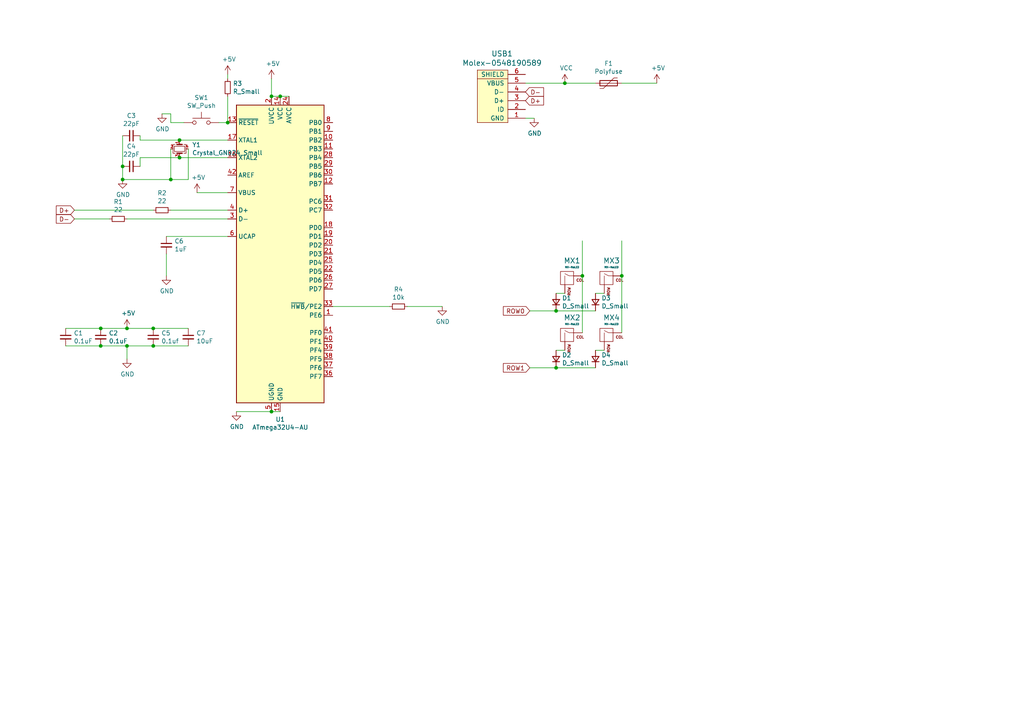
<source format=kicad_sch>
(kicad_sch (version 20230121) (generator eeschema)
  (paper "A4")
  (lib_symbols
    (symbol "Device:C_Small" (pin_numbers hide) (pin_names (offset 0.254) hide)
      (property "Reference" "C" (at 0.254 1.778 0))
      (property "Value" "C_Small" (at 0.254 -2.032 0))
      (symbol "C_Small_0_1"
        (polyline (pts (xy -1.524 -0.508) (xy 1.524 -0.508)) (stroke (width 0.3302)))
        (polyline (pts (xy -1.524 0.508) (xy 1.524 0.508)) (stroke (width 0.3048)))
      )
      (symbol "C_Small_1_1"
        (pin passive line (at 0 2.54 270) (length 2.032) (name "~") (number "1"))
        (pin passive line (at 0 -2.54 90) (length 2.032) (name "~") (number "2"))
      )
    )
    (symbol "Device:Crystal_GND24_Small" (pin_names (offset 1.016) hide)
      (property "Reference" "Y" (at 1.27 4.445 0))
      (property "Value" "Crystal_GND24_Small" (at 1.27 2.54 0))
      (symbol "Crystal_GND24_Small_0_1"
        (rectangle (start -0.762 -1.524) (end 0.762 1.524))
        (polyline (pts (xy -1.27 -0.762) (xy -1.27 0.762)) (stroke (width 0.381)))
        (polyline (pts (xy 1.27 -0.762) (xy 1.27 0.762)) (stroke (width 0.381)))
        (polyline (pts (xy -1.27 -1.27) (xy -1.27 -1.905) (xy 1.27 -1.905) (xy 1.27 -1.27)))
        (polyline (pts (xy -1.27 1.27) (xy -1.27 1.905) (xy 1.27 1.905) (xy 1.27 1.27)))
      )
      (symbol "Crystal_GND24_Small_1_1"
        (pin passive line (at -2.54 0 0) (length 1.27) (name "1") (number "1"))
        (pin passive line (at 0 -2.54 90) (length 0.635) (name "2") (number "2"))
        (pin passive line (at 2.54 0 180) (length 1.27) (name "3") (number "3"))
        (pin passive line (at 0 2.54 270) (length 0.635) (name "4") (number "4"))
      )
    )
    (symbol "Device:D_Small" (pin_numbers hide) (pin_names (offset 0.254) hide)
      (property "Reference" "D" (at -1.27 2.032 0))
      (property "Value" "D_Small" (at -3.81 -2.032 0))
      (symbol "D_Small_0_1"
        (polyline (pts (xy -0.762 -1.016) (xy -0.762 1.016)) (stroke (width 0.254)))
        (polyline (pts (xy -0.762 0) (xy 0.762 0)))
        (polyline (pts (xy 0.762 -1.016) (xy -0.762 0) (xy 0.762 1.016) (xy 0.762 -1.016)) (stroke (width 0.254)))
      )
      (symbol "D_Small_1_1"
        (pin passive line (at -2.54 0 0) (length 1.778) (name "K") (number "1"))
        (pin passive line (at 2.54 0 180) (length 1.778) (name "A") (number "2"))
      )
    )
    (symbol "Device:Polyfuse" (pin_numbers hide) (pin_names (offset 0))
      (property "Reference" "F" (at -2.54 0 90))
      (property "Value" "Polyfuse" (at 2.54 0 90))
      (symbol "Polyfuse_0_1"
        (rectangle (start -0.762 2.54) (end 0.762 -2.54) (stroke (width 0.254)))
        (polyline (pts (xy 0 2.54) (xy 0 -2.54)))
        (polyline (pts (xy -1.524 2.54) (xy -1.524 1.524) (xy 1.524 -1.524) (xy 1.524 -2.54)))
      )
      (symbol "Polyfuse_1_1"
        (pin passive line (at 0 3.81 270) (length 1.27) (name "~") (number "1"))
        (pin passive line (at 0 -3.81 90) (length 1.27) (name "~") (number "2"))
      )
    )
    (symbol "Device:R_Small" (pin_numbers hide) (pin_names (offset 0.254) hide)
      (property "Reference" "R" (at 0.762 0.508 0))
      (property "Value" "R_Small" (at 0.762 -1.016 0))
      (symbol "R_Small_0_1"
        (rectangle (start -0.762 1.778) (end 0.762 -1.778) (stroke (width 0.2032)))
      )
      (symbol "R_Small_1_1"
        (pin passive line (at 0 2.54 270) (length 0.762) (name "~") (number "1"))
        (pin passive line (at 0 -2.54 90) (length 0.762) (name "~") (number "2"))
      )
    )
    (symbol "MX_Alps_Hybrid:MX-NoLED" (pin_names (offset 1.016))
      (property "Reference" "MX" (at -0.635 3.81 0))
      (property "Value" "MX-NoLED" (at -0.635 1.27 0))
      (symbol "MX-NoLED_0_0"
        (rectangle (start -2.54 2.54) (end 1.27 -1.27))
        (polyline (pts (xy -1.27 -1.27) (xy -1.27 1.27)) (stroke (width 0.127)))
        (polyline (pts (xy 1.27 1.27) (xy 0 1.27) (xy -1.27 1.905)) (stroke (width 0.127)))
        (text "COL" (at 3.175 0 0) (effects (font (size 0.762 0.762))))
        (text "ROW" (at 0 -1.905 900) (effects (font (size 0.762 0.762)) (justify right)))
      )
      (symbol "MX-NoLED_1_1"
        (pin passive line (at 3.81 1.27 180) (length 2.54) (name "COL") (number "1"))
        (pin passive line (at -1.27 -3.81 90) (length 2.54) (name "ROW") (number "2"))
      )
    )
    (symbol "Switch:SW_Push" (pin_numbers hide) (pin_names (offset 1.016) hide)
      (property "Reference" "SW" (at 1.27 2.54 0))
      (property "Value" "SW_Push" (at 0 -1.524 0))
      (symbol "SW_Push_0_1"
        (circle (center -2.032 0) (radius 0.508))
        (polyline (pts (xy 0 1.27) (xy 0 3.048)))
        (polyline (pts (xy 2.54 1.27) (xy -2.54 1.27)))
        (circle (center 2.032 0) (radius 0.508))
        (pin passive line (at -5.08 0 0) (length 2.54) (name "1") (number "1"))
        (pin passive line (at 5.08 0 180) (length 2.54) (name "2") (number "2"))
      )
    )
    (symbol "pikas-pcbs-rescue:ATmega32U4-AU-MCU_Microchip_ATmega"
      (property "Reference" "U" (at -12.7 44.45 0))
      (property "Value" "MCU_Microchip_ATmega_ATmega32U4-AU" (at 2.54 -44.45 0))
      (symbol "ATmega32U4-AU-MCU_Microchip_ATmega_0_1"
        (rectangle (start -12.7 -43.18) (end 12.7 43.18) (stroke (width 0.254)) (fill (type background)))
      )
      (symbol "ATmega32U4-AU-MCU_Microchip_ATmega_1_1"
        (pin tri_state line (at 15.24 -17.78 180) (length 2.54) (name "PE6") (number "1"))
        (pin tri_state line (at 15.24 33.02 180) (length 2.54) (name "PB2") (number "10"))
        (pin tri_state line (at 15.24 30.48 180) (length 2.54) (name "PB3") (number "11"))
        (pin tri_state line (at 15.24 20.32 180) (length 2.54) (name "PB7") (number "12"))
        (pin input line (at -15.24 38.1 0) (length 2.54) (name "~{RESET}") (number "13"))
        (pin power_in line (at 0 45.72 270) (length 2.54) (name "VCC") (number "14"))
        (pin power_in line (at 0 -45.72 90) (length 2.54) (name "GND") (number "15"))
        (pin output line (at -15.24 27.94 0) (length 2.54) (name "XTAL2") (number "16"))
        (pin input line (at -15.24 33.02 0) (length 2.54) (name "XTAL1") (number "17"))
        (pin tri_state line (at 15.24 7.62 180) (length 2.54) (name "PD0") (number "18"))
        (pin tri_state line (at 15.24 5.08 180) (length 2.54) (name "PD1") (number "19"))
        (pin power_in line (at -2.54 45.72 270) (length 2.54) (name "UVCC") (number "2"))
        (pin tri_state line (at 15.24 2.54 180) (length 2.54) (name "PD2") (number "20"))
        (pin tri_state line (at 15.24 0 180) (length 2.54) (name "PD3") (number "21"))
        (pin tri_state line (at 15.24 -5.08 180) (length 2.54) (name "PD5") (number "22"))
        (pin passive line (at 0 -45.72 90) (length 2.54) hide (name "GND") (number "23"))
        (pin power_in line (at 2.54 45.72 270) (length 2.54) (name "AVCC") (number "24"))
        (pin tri_state line (at 15.24 -2.54 180) (length 2.54) (name "PD4") (number "25"))
        (pin tri_state line (at 15.24 -7.62 180) (length 2.54) (name "PD6") (number "26"))
        (pin tri_state line (at 15.24 -10.16 180) (length 2.54) (name "PD7") (number "27"))
        (pin tri_state line (at 15.24 27.94 180) (length 2.54) (name "PB4") (number "28"))
        (pin tri_state line (at 15.24 25.4 180) (length 2.54) (name "PB5") (number "29"))
        (pin bidirectional line (at -15.24 10.16 0) (length 2.54) (name "D-") (number "3"))
        (pin tri_state line (at 15.24 22.86 180) (length 2.54) (name "PB6") (number "30"))
        (pin tri_state line (at 15.24 15.24 180) (length 2.54) (name "PC6") (number "31"))
        (pin tri_state line (at 15.24 12.7 180) (length 2.54) (name "PC7") (number "32"))
        (pin tri_state line (at 15.24 -15.24 180) (length 2.54) (name "~{HWB}/PE2") (number "33"))
        (pin passive line (at 0 45.72 270) (length 2.54) hide (name "VCC") (number "34"))
        (pin passive line (at 0 -45.72 90) (length 2.54) hide (name "GND") (number "35"))
        (pin tri_state line (at 15.24 -35.56 180) (length 2.54) (name "PF7") (number "36"))
        (pin tri_state line (at 15.24 -33.02 180) (length 2.54) (name "PF6") (number "37"))
        (pin tri_state line (at 15.24 -30.48 180) (length 2.54) (name "PF5") (number "38"))
        (pin tri_state line (at 15.24 -27.94 180) (length 2.54) (name "PF4") (number "39"))
        (pin bidirectional line (at -15.24 12.7 0) (length 2.54) (name "D+") (number "4"))
        (pin tri_state line (at 15.24 -25.4 180) (length 2.54) (name "PF1") (number "40"))
        (pin tri_state line (at 15.24 -22.86 180) (length 2.54) (name "PF0") (number "41"))
        (pin passive line (at -15.24 22.86 0) (length 2.54) (name "AREF") (number "42"))
        (pin passive line (at 0 -45.72 90) (length 2.54) hide (name "GND") (number "43"))
        (pin passive line (at 2.54 45.72 270) (length 2.54) hide (name "AVCC") (number "44"))
        (pin passive line (at -2.54 -45.72 90) (length 2.54) (name "UGND") (number "5"))
        (pin passive line (at -15.24 5.08 0) (length 2.54) (name "UCAP") (number "6"))
        (pin input line (at -15.24 17.78 0) (length 2.54) (name "VBUS") (number "7"))
        (pin tri_state line (at 15.24 38.1 180) (length 2.54) (name "PB0") (number "8"))
        (pin tri_state line (at 15.24 35.56 180) (length 2.54) (name "PB1") (number "9"))
      )
    )
    (symbol "power:+5V" (power) (pin_names (offset 0))
      (property "Value" "+5V" (at 0 3.556 0))
      (symbol "+5V_0_1"
        (polyline (pts (xy -0.762 1.27) (xy 0 2.54)))
        (polyline (pts (xy 0 0) (xy 0 2.54)))
        (polyline (pts (xy 0 2.54) (xy 0.762 1.27)))
      )
      (symbol "+5V_1_1"
        (pin power_in line (at 0 0 90) (length 0) hide (name "+5V") (number "1"))
      )
    )
    (symbol "power:GND" (power) (pin_names (offset 0))
      (property "Value" "GND" (at 0 -3.81 0))
      (symbol "GND_0_1"
        (polyline (pts (xy 0 0) (xy 0 -1.27) (xy 1.27 -1.27) (xy 0 -2.54) (xy -1.27 -1.27) (xy 0 -1.27)))
      )
      (symbol "GND_1_1"
        (pin power_in line (at 0 0 270) (length 0) hide (name "GND") (number "1"))
      )
    )
    (symbol "power:VCC" (power) (pin_names (offset 0))
      (property "Value" "VCC" (at 0 3.81 0))
      (symbol "VCC_0_1"
        (polyline (pts (xy -0.762 1.27) (xy 0 2.54)))
        (polyline (pts (xy 0 0) (xy 0 2.54)))
        (polyline (pts (xy 0 2.54) (xy 0.762 1.27)))
      )
      (symbol "VCC_1_1"
        (pin power_in line (at 0 0 90) (length 0) hide (name "VCC") (number "1"))
      )
    )
    (symbol "random-keyboard-parts:Molex-0548190589" (pin_names (offset 1.016))
      (property "Reference" "USB" (at 0 7.62 0))
      (property "Value" "Molex-0548190589" (at 0 10.16 0))
      (symbol "Molex-0548190589_0_0"
        (polyline (pts (xy 6.35 -2.54) (xy 6.35 6.35)))
        (rectangle (start 8.89 -2.54) (end -6.35 6.35) (fill (type background)))
      )
      (symbol "Molex-0548190589_1_1"
        (pin input line (at -5.08 -7.62 90) (length 5.08) (name "GND") (number "1"))
        (pin input line (at -2.54 -7.62 90) (length 5.08) (name "ID") (number "2"))
        (pin input line (at 0 -7.62 90) (length 5.08) (name "D+") (number "3"))
        (pin input line (at 2.54 -7.62 90) (length 5.08) (name "D-") (number "4"))
        (pin input line (at 5.08 -7.62 90) (length 5.08) (name "VBUS") (number "5"))
        (pin input line (at 7.62 -7.62 90) (length 5.08) (name "SHIELD") (number "6"))
      )
    )
  )
  (junction (at 161.29 90.17))
  (junction (at 36.83 95.25))
  (junction (at 78.74 119.38))
  (junction (at 44.45 95.25))
  (junction (at 161.29 106.68))
  (junction (at 78.74 27.94))
  (junction (at 180.34 80.01))
  (junction (at 52.07 40.64))
  (junction (at 168.91 80.01))
  (junction (at 44.45 100.33))
  (junction (at 35.56 52.07))
  (junction (at 66.04 35.56))
  (junction (at 52.07 45.72))
  (junction (at 29.21 100.33))
  (junction (at 36.83 100.33))
  (junction (at 81.28 27.94))
  (junction (at 35.56 48.26))
  (junction (at 49.53 52.07))
  (junction (at 29.21 95.25))
  (junction (at 163.83 24.13))
  (wire (pts (xy 52.07 45.72) (xy 66.04 45.72)))
  (wire (pts (xy 40.64 45.72) (xy 52.07 45.72)))
  (wire (pts (xy 163.83 85.09) (xy 161.29 85.09)))
  (wire (pts (xy 180.34 80.01) (xy 180.34 96.52)))
  (wire (pts (xy 35.56 48.26) (xy 35.56 52.07)))
  (wire (pts (xy 49.53 52.07) (xy 54.61 52.07)))
  (wire (pts (xy 96.52 88.9) (xy 113.03 88.9)))
  (wire (pts (xy 118.11 88.9) (xy 128.27 88.9)))
  (wire (pts (xy 83.82 27.94) (xy 81.28 27.94)))
  (wire (pts (xy 161.29 90.17) (xy 153.67 90.17)))
  (wire (pts (xy 49.53 43.18) (xy 49.53 52.07)))
  (wire (pts (xy 172.72 106.68) (xy 161.29 106.68)))
  (wire (pts (xy 36.83 95.25) (xy 44.45 95.25)))
  (wire (pts (xy 66.04 35.56) (xy 66.04 27.94)))
  (wire (pts (xy 78.74 119.38) (xy 68.58 119.38)))
  (wire (pts (xy 78.74 27.94) (xy 78.74 22.86)))
  (wire (pts (xy 81.28 119.38) (xy 78.74 119.38)))
  (wire (pts (xy 66.04 35.56) (xy 63.5 35.56)))
  (wire (pts (xy 175.26 85.09) (xy 172.72 85.09)))
  (wire (pts (xy 36.83 100.33) (xy 29.21 100.33)))
  (wire (pts (xy 54.61 100.33) (xy 44.45 100.33)))
  (wire (pts (xy 168.91 69.85) (xy 168.91 80.01)))
  (wire (pts (xy 44.45 95.25) (xy 54.61 95.25)))
  (wire (pts (xy 53.34 35.56) (xy 49.53 35.56)))
  (wire (pts (xy 48.26 73.66) (xy 48.26 80.01)))
  (wire (pts (xy 163.83 101.6) (xy 161.29 101.6)))
  (wire (pts (xy 66.04 68.58) (xy 48.26 68.58)))
  (wire (pts (xy 40.64 40.64) (xy 52.07 40.64)))
  (wire (pts (xy 180.34 69.85) (xy 180.34 80.01)))
  (wire (pts (xy 66.04 63.5) (xy 36.83 63.5)))
  (wire (pts (xy 35.56 39.37) (xy 35.56 48.26)))
  (wire (pts (xy 161.29 106.68) (xy 153.67 106.68)))
  (wire (pts (xy 54.61 43.18) (xy 54.61 52.07)))
  (wire (pts (xy 81.28 27.94) (xy 78.74 27.94)))
  (wire (pts (xy 180.34 24.13) (xy 190.5 24.13)))
  (wire (pts (xy 36.83 100.33) (xy 36.83 104.14)))
  (wire (pts (xy 40.64 45.72) (xy 40.64 48.26)))
  (wire (pts (xy 66.04 22.86) (xy 66.04 21.59)))
  (wire (pts (xy 31.75 63.5) (xy 21.59 63.5)))
  (wire (pts (xy 40.64 40.64) (xy 40.64 39.37)))
  (wire (pts (xy 44.45 60.96) (xy 21.59 60.96)))
  (wire (pts (xy 152.4 34.29) (xy 154.94 34.29)))
  (wire (pts (xy 66.04 55.88) (xy 57.15 55.88)))
  (wire (pts (xy 29.21 95.25) (xy 36.83 95.25)))
  (wire (pts (xy 175.26 101.6) (xy 172.72 101.6)))
  (wire (pts (xy 66.04 60.96) (xy 49.53 60.96)))
  (wire (pts (xy 35.56 52.07) (xy 49.53 52.07)))
  (wire (pts (xy 19.05 95.25) (xy 29.21 95.25)))
  (wire (pts (xy 52.07 40.64) (xy 66.04 40.64)))
  (wire (pts (xy 29.21 100.33) (xy 19.05 100.33)))
  (wire (pts (xy 152.4 24.13) (xy 163.83 24.13)))
  (wire (pts (xy 163.83 24.13) (xy 172.72 24.13)))
  (wire (pts (xy 168.91 80.01) (xy 168.91 96.52)))
  (wire (pts (xy 49.53 35.56) (xy 49.53 33.02)))
  (wire (pts (xy 44.45 100.33) (xy 36.83 100.33)))
  (wire (pts (xy 49.53 33.02) (xy 46.99 33.02)))
  (wire (pts (xy 172.72 90.17) (xy 161.29 90.17)))
  (global_label "ROW0" (shape input) (at 153.67 90.17 180) (property "Intersheetrefs" "${INTERSHEET_REFS}" (effects hide)))
  (global_label "ROW1" (shape input) (at 153.67 106.68 180) (property "Intersheetrefs" "${INTERSHEET_REFS}" (effects hide)))
  (global_label "D+" (shape input) (at 152.4 29.21 0) (property "Intersheetrefs" "${INTERSHEET_REFS}" (effects hide)))
  (global_label "D-" (shape input) (at 21.59 63.5 180) (property "Intersheetrefs" "${INTERSHEET_REFS}" (effects hide)))
  (global_label "D+" (shape input) (at 21.59 60.96 180) (property "Intersheetrefs" "${INTERSHEET_REFS}" (effects hide)))
  (global_label "D-" (shape input) (at 152.4 26.67 0) (property "Intersheetrefs" "${INTERSHEET_REFS}" (effects hide)))
  (symbol (lib_id "pikas-pcbs-rescue:ATmega32U4-AU-MCU_Microchip_ATmega") (at 81.28 73.66 0) (unit 1)
    (property "Reference" "U1" (at 81.28 121.6406 0))
    (property "Value" "ATmega32U4-AU" (at 81.28 123.952 0))
    (property "Footprint" "Package_QFP:TQFP-44_10x10mm_P0.8mm" (effects hide))
    (property "Datasheet" "http://ww1.microchip.com/downloads/en/DeviceDoc/Atmel-7766-8-bit-AVR-ATmega16U4-32U4_Datasheet.pdf" (effects hide))
  )
  (symbol (lib_id "power:+5V") (at 78.74 22.86 0) (unit 1)
    (property "Reference" "#PWR0101" (effects hide))
    (property "Value" "+5V" (at 79.121 18.4658 0))
  )
  (symbol (lib_id "power:GND") (at 68.58 119.38 0) (unit 1)
    (property "Reference" "#PWR0102" (effects hide))
    (property "Value" "GND" (at 68.707 123.7742 0))
  )
  (symbol (lib_id "Device:R_Small") (at 115.57 88.9 270) (unit 1)
    (property "Reference" "R4" (at 115.57 83.9216 90))
    (property "Value" "10k" (at 115.57 86.233 90))
    (property "Footprint" "Resistor_SMD:R_0805_2012Metric" (effects hide))
  )
  (symbol (lib_id "power:GND") (at 128.27 88.9 0) (unit 1)
    (property "Reference" "#PWR0103" (effects hide))
    (property "Value" "GND" (at 128.397 93.2942 0))
  )
  (symbol (lib_id "Device:R_Small") (at 46.99 60.96 90) (unit 1)
    (property "Reference" "R2" (at 46.99 55.9816 90))
    (property "Value" "22" (at 46.99 58.293 90))
    (property "Footprint" "Resistor_SMD:R_0805_2012Metric" (effects hide))
  )
  (symbol (lib_id "Device:R_Small") (at 34.29 63.5 90) (unit 1)
    (property "Reference" "R1" (at 34.29 58.5216 90))
    (property "Value" "22" (at 34.29 60.833 90))
    (property "Footprint" "Resistor_SMD:R_0805_2012Metric" (effects hide))
  )
  (symbol (lib_id "Device:C_Small") (at 48.26 71.12 0) (unit 1)
    (property "Reference" "C6" (at 50.5968 69.9516 0) (effects (justify left)))
    (property "Value" "1uF" (at 50.5968 72.263 0) (effects (justify left)))
    (property "Footprint" "Capacitor_SMD:C_0805_2012Metric" (effects hide))
  )
  (symbol (lib_id "power:GND") (at 48.26 80.01 0) (unit 1)
    (property "Reference" "#PWR0104" (effects hide))
    (property "Value" "GND" (at 48.387 84.4042 0))
  )
  (symbol (lib_id "power:+5V") (at 36.83 95.25 0) (unit 1)
    (property "Reference" "#PWR0105" (effects hide))
    (property "Value" "+5V" (at 37.211 90.8558 0))
  )
  (symbol (lib_id "Device:C_Small") (at 19.05 97.79 0) (unit 1)
    (property "Reference" "C1" (at 21.3868 96.6216 0) (effects (justify left)))
    (property "Value" "0.1uF" (at 21.3868 98.933 0) (effects (justify left)))
    (property "Footprint" "Capacitor_SMD:C_0805_2012Metric" (effects hide))
  )
  (symbol (lib_id "Device:C_Small") (at 29.21 97.79 0) (unit 1)
    (property "Reference" "C2" (at 31.5468 96.6216 0) (effects (justify left)))
    (property "Value" "0.1uF" (at 31.5468 98.933 0) (effects (justify left)))
    (property "Footprint" "Capacitor_SMD:C_0805_2012Metric" (effects hide))
  )
  (symbol (lib_id "Device:C_Small") (at 44.45 97.79 0) (unit 1)
    (property "Reference" "C5" (at 46.7868 96.6216 0) (effects (justify left)))
    (property "Value" "0.1uf" (at 46.7868 98.933 0) (effects (justify left)))
    (property "Footprint" "Capacitor_SMD:C_0805_2012Metric" (effects hide))
  )
  (symbol (lib_id "Device:C_Small") (at 54.61 97.79 0) (unit 1)
    (property "Reference" "C7" (at 56.9468 96.6216 0) (effects (justify left)))
    (property "Value" "10uF" (at 56.9468 98.933 0) (effects (justify left)))
    (property "Footprint" "Capacitor_SMD:C_0805_2012Metric" (effects hide))
  )
  (symbol (lib_id "power:GND") (at 36.83 104.14 0) (unit 1)
    (property "Reference" "#PWR0106" (effects hide))
    (property "Value" "GND" (at 36.957 108.5342 0))
  )
  (symbol (lib_id "power:+5V") (at 57.15 55.88 0) (unit 1)
    (property "Reference" "#PWR0107" (effects hide))
    (property "Value" "+5V" (at 57.531 51.4858 0))
  )
  (symbol (lib_id "Device:C_Small") (at 38.1 39.37 270) (unit 1)
    (property "Reference" "C3" (at 38.1 33.5534 90))
    (property "Value" "22pF" (at 38.1 35.8648 90))
    (property "Footprint" "Capacitor_SMD:C_0805_2012Metric" (effects hide))
  )
  (symbol (lib_id "Device:C_Small") (at 38.1 48.26 270) (unit 1)
    (property "Reference" "C4" (at 38.1 42.4434 90))
    (property "Value" "22pF" (at 38.1 44.7548 90))
    (property "Footprint" "Capacitor_SMD:C_0805_2012Metric" (effects hide))
  )
  (symbol (lib_id "power:GND") (at 35.56 52.07 0) (unit 1)
    (property "Reference" "#PWR0108" (effects hide))
    (property "Value" "GND" (at 35.687 56.4642 0))
  )
  (symbol (lib_id "Switch:SW_Push") (at 58.42 35.56 0) (unit 1)
    (property "Reference" "SW1" (at 58.42 28.321 0))
    (property "Value" "SW_Push" (at 58.42 30.6324 0))
    (property "Footprint" "random-keyboard-parts:SKQG-1155865" (effects hide))
  )
  (symbol (lib_id "power:GND") (at 46.99 33.02 0) (unit 1)
    (property "Reference" "#PWR0109" (effects hide))
    (property "Value" "GND" (at 47.117 37.4142 0))
  )
  (symbol (lib_id "Device:R_Small") (at 66.04 25.4 0) (unit 1)
    (property "Reference" "R3" (at 67.5386 24.2316 0) (effects (justify left)))
    (property "Value" "R_Small" (at 67.5386 26.543 0) (effects (justify left)))
    (property "Footprint" "Resistor_SMD:R_0805_2012Metric" (effects hide))
  )
  (symbol (lib_id "power:+5V") (at 66.04 21.59 0) (unit 1)
    (property "Reference" "#PWR0110" (effects hide))
    (property "Value" "+5V" (at 66.421 17.1958 0))
  )
  (symbol (lib_id "random-keyboard-parts:Molex-0548190589") (at 144.78 29.21 90) (unit 1)
    (property "Reference" "USB1" (at 145.6182 15.5702 90) (effects (font (size 1.524 1.524))))
    (property "Value" "Molex-0548190589" (at 145.6182 18.2626 90) (effects (font (size 1.524 1.524))))
    (property "Footprint" "random-keyboard-parts:Molex-0548190589" (effects hide))
  )
  (symbol (lib_id "power:VCC") (at 163.83 24.13 0) (unit 1)
    (property "Reference" "#PWR0111" (effects hide))
    (property "Value" "VCC" (at 164.2618 19.7358 0))
  )
  (symbol (lib_id "Device:Polyfuse") (at 176.53 24.13 270) (unit 1)
    (property "Reference" "F1" (at 176.53 18.415 90))
    (property "Value" "Polyfuse" (at 176.53 20.7264 90))
    (property "Footprint" "Fuse:Fuse_1206_3216Metric" (effects hide))
  )
  (symbol (lib_id "power:+5V") (at 190.5 24.13 0) (unit 1)
    (property "Reference" "#PWR0112" (effects hide))
    (property "Value" "+5V" (at 190.881 19.7358 0))
  )
  (symbol (lib_id "power:GND") (at 154.94 34.29 0) (unit 1)
    (property "Reference" "#PWR0113" (effects hide))
    (property "Value" "GND" (at 155.067 38.6842 0))
  )
  (symbol (lib_id "MX_Alps_Hybrid:MX-NoLED") (at 165.1 81.28 0) (unit 1)
    (property "Reference" "MX1" (at 165.9382 75.6158 0) (effects (font (size 1.524 1.524))))
    (property "Value" "MX-NoLED" (at 165.9382 77.4954 0) (effects (font (size 0.508 0.508))))
    (property "Footprint" "MX_Alps_Hybrid:MX-1U" (effects hide))
  )
  (symbol (lib_id "Device:D_Small") (at 161.29 87.63 90) (unit 1)
    (property "Reference" "D1" (at 163.0172 86.4616 90) (effects (justify right)))
    (property "Value" "D_Small" (at 163.0172 88.773 90) (effects (justify right)))
    (property "Footprint" "Diode_SMD:D_SOD-123" (effects hide))
  )
  (symbol (lib_id "MX_Alps_Hybrid:MX-NoLED") (at 176.53 81.28 0) (unit 1)
    (property "Reference" "MX3" (at 177.3682 75.6158 0) (effects (font (size 1.524 1.524))))
    (property "Value" "MX-NoLED" (at 177.3682 77.4954 0) (effects (font (size 0.508 0.508))))
    (property "Footprint" "MX_Alps_Hybrid:MX-1U" (effects hide))
  )
  (symbol (lib_id "Device:D_Small") (at 172.72 87.63 90) (unit 1)
    (property "Reference" "D3" (at 174.4472 86.4616 90) (effects (justify right)))
    (property "Value" "D_Small" (at 174.4472 88.773 90) (effects (justify right)))
    (property "Footprint" "Diode_SMD:D_SOD-123" (effects hide))
  )
  (symbol (lib_id "MX_Alps_Hybrid:MX-NoLED") (at 176.53 97.79 0) (unit 1)
    (property "Reference" "MX4" (at 177.3682 92.1258 0) (effects (font (size 1.524 1.524))))
    (property "Value" "MX-NoLED" (at 177.3682 94.0054 0) (effects (font (size 0.508 0.508))))
    (property "Footprint" "MX_Alps_Hybrid:MX-1U" (effects hide))
  )
  (symbol (lib_id "Device:D_Small") (at 172.72 104.14 90) (unit 1)
    (property "Reference" "D4" (at 174.4472 102.9716 90) (effects (justify right)))
    (property "Value" "D_Small" (at 174.4472 105.283 90) (effects (justify right)))
    (property "Footprint" "Diode_SMD:D_SOD-123" (effects hide))
  )
  (symbol (lib_id "MX_Alps_Hybrid:MX-NoLED") (at 165.1 97.79 0) (unit 1)
    (property "Reference" "MX2" (at 165.9382 92.1258 0) (effects (font (size 1.524 1.524))))
    (property "Value" "MX-NoLED" (at 165.9382 94.0054 0) (effects (font (size 0.508 0.508))))
    (property "Footprint" "MX_Alps_Hybrid:MX-1U" (effects hide))
  )
  (symbol (lib_id "Device:D_Small") (at 161.29 104.14 90) (unit 1)
    (property "Reference" "D2" (at 163.0172 102.9716 90) (effects (justify right)))
    (property "Value" "D_Small" (at 163.0172 105.283 90) (effects (justify right)))
    (property "Footprint" "Diode_SMD:D_SOD-123" (effects hide))
  )
  (symbol (lib_id "Device:Crystal_GND24_Small") (at 52.07 43.18 270) (unit 1)
    (property "Reference" "Y1" (at 55.7276 42.0116 90) (effects (justify left)))
    (property "Value" "Crystal_GND24_Small" (at 55.7276 44.323 90) (effects (justify left)))
    (property "Footprint" "Crystal:Crystal_SMD_3225-4Pin_3.2x2.5mm" (effects hide))
  )
)
</source>
